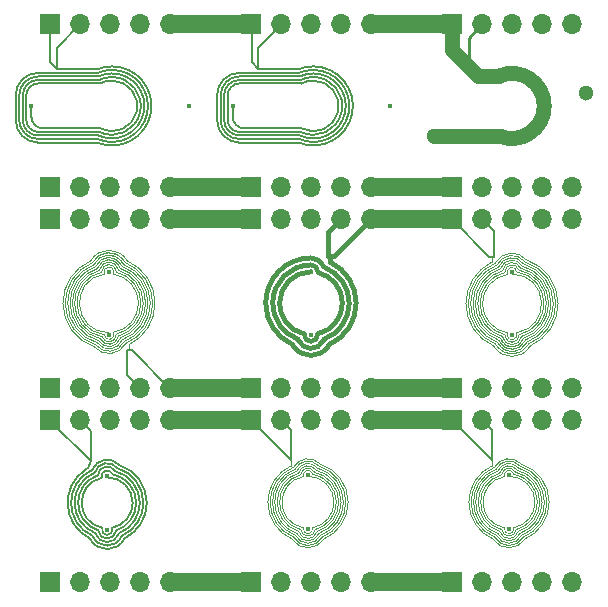
<source format=gbr>
%TF.GenerationSoftware,KiCad,Pcbnew,8.0.0*%
%TF.CreationDate,2024-05-13T09:11:22+02:00*%
%TF.ProjectId,Planar_XFMR,506c616e-6172-45f5-9846-4d522e6b6963,A*%
%TF.SameCoordinates,Original*%
%TF.FileFunction,Copper,L1,Top*%
%TF.FilePolarity,Positive*%
%FSLAX46Y46*%
G04 Gerber Fmt 4.6, Leading zero omitted, Abs format (unit mm)*
G04 Created by KiCad (PCBNEW 8.0.0) date 2024-05-13 09:11:22*
%MOMM*%
%LPD*%
G01*
G04 APERTURE LIST*
%TA.AperFunction,NonConductor*%
%ADD10C,0.100000*%
%TD*%
%TA.AperFunction,NonConductor*%
%ADD11C,0.200000*%
%TD*%
%TA.AperFunction,ComponentPad*%
%ADD12R,1.700000X1.700000*%
%TD*%
%TA.AperFunction,ComponentPad*%
%ADD13O,1.700000X1.700000*%
%TD*%
%TA.AperFunction,ViaPad*%
%ADD14C,0.450000*%
%TD*%
%TA.AperFunction,ViaPad*%
%ADD15C,1.300000*%
%TD*%
%TA.AperFunction,Conductor*%
%ADD16C,0.200000*%
%TD*%
%TA.AperFunction,Conductor*%
%ADD17C,1.500000*%
%TD*%
%TA.AperFunction,Conductor*%
%ADD18C,1.300000*%
%TD*%
%TA.AperFunction,Conductor*%
%ADD19C,0.250000*%
%TD*%
%TA.AperFunction,Conductor*%
%ADD20C,0.400000*%
%TD*%
%TA.AperFunction,Conductor*%
%ADD21C,0.450000*%
%TD*%
%TA.AperFunction,Conductor*%
%ADD22C,0.100000*%
%TD*%
G04 APERTURE END LIST*
D10*
X132137122Y-75620748D02*
G75*
G02*
X131357771Y-75642971I-387122J-100652D01*
G01*
X149758113Y-70196751D02*
G75*
G02*
X152169999Y-73450000I-988113J-3253249D01*
G01*
X115676297Y-53805834D02*
G75*
G02*
X117800000Y-56600000I-776297J-2794166D01*
G01*
X150111780Y-76581902D02*
G75*
G02*
X147440001Y-76600000I-1341780J860502D01*
G01*
X115500000Y-59275000D02*
G75*
G02*
X114325996Y-59449697I-600000J0D01*
G01*
X134750000Y-73450000D02*
G75*
G02*
X132822038Y-76251916I-3000000J0D01*
G01*
X147552317Y-70479152D02*
G75*
G02*
X149762433Y-70182529I1217683J-690848D01*
G01*
X149696068Y-76098772D02*
G75*
G02*
X147850342Y-76114136I-926068J377372D01*
G01*
D11*
X115750962Y-76097136D02*
G75*
G02*
X113741890Y-76073624I-1000962J317136D01*
G01*
D10*
X132346744Y-75783844D02*
G75*
G02*
X131154397Y-75793925I-596744J62444D01*
G01*
X130985859Y-75935174D02*
G75*
G02*
X130988251Y-70964092I764141J2485174D01*
G01*
X147694731Y-76254162D02*
G75*
G02*
X147697593Y-70644742I1075269J2804162D01*
G01*
X115490925Y-53965460D02*
G75*
G02*
X117599999Y-56600000I-590925J-2634540D01*
G01*
X131357770Y-71248446D02*
G75*
G02*
X132130968Y-71048090I392230J78446D01*
G01*
X115300000Y-53925000D02*
G75*
G02*
X115257771Y-54103885I-400000J0D01*
G01*
X117400000Y-56600000D02*
G75*
G02*
X115254703Y-59074709I-2500000J0D01*
G01*
X115846143Y-53647915D02*
G75*
G02*
X117999999Y-56600000I-946143J-2952085D01*
G01*
D11*
X113707708Y-70944374D02*
G75*
G02*
X115603694Y-70561556I1042292J-275626D01*
G01*
X113350000Y-69900000D02*
X113350000Y-69950000D01*
D10*
X148002347Y-70944821D02*
G75*
G02*
X149430119Y-70718072I767653J-225179D01*
G01*
D11*
X114300000Y-71340000D02*
G75*
G02*
X115186488Y-71057586I450000J120000D01*
G01*
D10*
X134950000Y-73450000D02*
G75*
G02*
X132956927Y-76413668I-3200000J0D01*
G01*
X132676068Y-76098772D02*
G75*
G02*
X130830342Y-76114136I-926068J377372D01*
G01*
X149762432Y-76708887D02*
G75*
G02*
X147552315Y-76412266I-992432J987487D01*
G01*
D11*
X116910000Y-73500000D02*
G75*
G02*
X115172317Y-75618313I-2160000J0D01*
G01*
D10*
X131154397Y-71097492D02*
G75*
G02*
X132273078Y-70876080I595603J-72508D01*
G01*
D11*
X113475385Y-70718102D02*
G75*
G02*
X115775346Y-70311589I1274615J-501898D01*
G01*
D10*
X132742432Y-76708887D02*
G75*
G02*
X130532315Y-76412266I-992432J987487D01*
G01*
X113946122Y-53623775D02*
G75*
G02*
X115853878Y-53623775I953878J-301225D01*
G01*
D11*
X113507557Y-76296414D02*
G75*
G02*
X113475385Y-70718103I1242443J2796414D01*
G01*
D10*
X117600000Y-56600000D02*
G75*
G02*
X115490925Y-59234541I-2700000J0D01*
G01*
X116291148Y-53171486D02*
G75*
G02*
X118600000Y-56600000I-1391148J-3428514D01*
G01*
X128350000Y-73450000D02*
G75*
G02*
X130349019Y-70352057I3400000J0D01*
G01*
X118200000Y-56600000D02*
G75*
G02*
X116003945Y-59709872I-3300000J0D01*
G01*
X132125966Y-71079632D02*
G75*
G02*
X134149999Y-73450000I-375966J-2370368D01*
G01*
X115257770Y-59096115D02*
G75*
G02*
X114500001Y-59275000I-357770J-178885D01*
G01*
X145370000Y-73450000D02*
G75*
G02*
X147369019Y-70352057I3400000J0D01*
G01*
D11*
X117210000Y-73500000D02*
G75*
G02*
X115490545Y-75845889I-2460000J0D01*
G01*
X116223872Y-76521753D02*
G75*
G02*
X113270164Y-76509782I-1473872J741753D01*
G01*
D10*
X118400000Y-56600000D02*
G75*
G02*
X116164063Y-59863762I-3500000J0D01*
G01*
X116010897Y-59729458D02*
G75*
G02*
X113925000Y-59975000I-1110897J454458D01*
G01*
X130674731Y-70637253D02*
G75*
G02*
X132637042Y-70361806I1075269J-532747D01*
G01*
X151970000Y-73450000D02*
G75*
G02*
X149976927Y-76413668I-3200000J0D01*
G01*
D11*
X117810000Y-73500000D02*
G75*
G02*
X115988906Y-76297983I-3060000J0D01*
G01*
D10*
X111200000Y-56600000D02*
G75*
G02*
X113508852Y-53171486I3700000J0D01*
G01*
X114542230Y-54103885D02*
G75*
G02*
X115299999Y-53925000I357770J178885D01*
G01*
X115685424Y-59427018D02*
G75*
G02*
X114179559Y-59622799I-785424J152018D01*
G01*
X132738113Y-70196751D02*
G75*
G02*
X135149999Y-73450000I-988113J-3253249D01*
G01*
X131158932Y-75776078D02*
G75*
G02*
X131160958Y-71123408I591068J2326078D01*
G01*
D11*
X113962888Y-71169324D02*
G75*
G02*
X115424557Y-70811238I787112J-50676D01*
G01*
D10*
X148770000Y-71250000D02*
G75*
G02*
X150970000Y-73450000I0J-2200000D01*
G01*
X148174397Y-71097492D02*
G75*
G02*
X149293078Y-70876080I595603J-72508D01*
G01*
X134350000Y-73450000D02*
G75*
G02*
X132520883Y-75933091I-2600000J0D01*
G01*
X132513746Y-70548847D02*
G75*
G02*
X134749999Y-73450000I-763746J-2901153D01*
G01*
X113633052Y-53328789D02*
G75*
G02*
X115995816Y-53053328I1266948J-596211D01*
G01*
X118000000Y-56600000D02*
G75*
G02*
X115846142Y-59552087I-3100000J0D01*
G01*
X149653435Y-70374363D02*
G75*
G02*
X151970000Y-73450000I-883435J-3075637D01*
G01*
X115853877Y-59576225D02*
G75*
G02*
X114048939Y-59800655I-953877J301225D01*
G01*
X114900000Y-59100000D02*
G75*
G02*
X114545298Y-54125291I0J2500000D01*
G01*
X113946123Y-53623775D02*
G75*
G02*
X115751061Y-53399345I953877J-301225D01*
G01*
X116439592Y-53016753D02*
G75*
G02*
X118800000Y-56600000I-1539592J-3583247D01*
G01*
X149541202Y-75934122D02*
G75*
G02*
X148002348Y-75946596I-771202J212722D01*
G01*
X130982347Y-70944821D02*
G75*
G02*
X132410119Y-70718072I767653J-225179D01*
G01*
X111600000Y-56600000D02*
G75*
G02*
X113796055Y-53490128I3300000J0D01*
G01*
X150970000Y-73450000D02*
G75*
G02*
X149156246Y-75615829I-2200000J0D01*
G01*
X135150000Y-73450000D02*
G75*
G02*
X133088935Y-76575261I-3400000J0D01*
G01*
D11*
X118100014Y-73500000D02*
G75*
G02*
X116218602Y-76510947I-3350014J0D01*
G01*
D10*
X148377770Y-71248446D02*
G75*
G02*
X149150968Y-71048090I392230J78446D01*
G01*
X148005859Y-75935174D02*
G75*
G02*
X148008251Y-70964092I764141J2485174D01*
G01*
X113633052Y-53328789D02*
G75*
G02*
X116166948Y-53328789I1266948J-596211D01*
G01*
X130674731Y-76254162D02*
G75*
G02*
X130677593Y-70644742I1075269J2804162D01*
G01*
X131362660Y-75615631D02*
G75*
G02*
X131364122Y-71284108I387340J2165631D01*
G01*
X147553372Y-76409699D02*
G75*
G02*
X147556381Y-70489066I1216628J2959699D01*
G01*
X152170000Y-73450000D02*
G75*
G02*
X150108935Y-76575261I-3400000J0D01*
G01*
X147850341Y-70777281D02*
G75*
G02*
X149538628Y-70530303I919659J-392719D01*
G01*
X130830341Y-76114134D02*
G75*
G02*
X130832981Y-70784956I919659J2664134D01*
G01*
X114114576Y-53772982D02*
G75*
G02*
X115685424Y-53772982I785424J-152018D01*
G01*
X113789103Y-53470542D02*
G75*
G02*
X115875000Y-53225000I1110897J-454458D01*
G01*
D11*
X115992893Y-76306987D02*
G75*
G02*
X113505039Y-76302081I-1242893J526987D01*
G01*
D10*
X148382660Y-75615631D02*
G75*
G02*
X148384122Y-71284108I387340J2165631D01*
G01*
X116164063Y-53336239D02*
G75*
G02*
X118399999Y-56600000I-1264063J-3263761D01*
G01*
X149427642Y-70728326D02*
G75*
G02*
X151570000Y-73450000I-657642J-2721674D01*
G01*
X130349019Y-70352057D02*
X130340000Y-69870000D01*
X132633435Y-70374363D02*
G75*
G02*
X134950000Y-73450000I-883435J-3075637D01*
G01*
X111400000Y-56600000D02*
G75*
G02*
X113635937Y-53336238I3500000J0D01*
G01*
X114325996Y-59449696D02*
G75*
G02*
X114121848Y-53799156I574004J2849696D01*
G01*
X113807756Y-60135109D02*
G75*
G02*
X111200001Y-56600000I1092244J3535109D01*
G01*
X114051989Y-59789180D02*
G75*
G02*
X111600001Y-56600000I848011J3189180D01*
G01*
X149157122Y-75620748D02*
G75*
G02*
X148377771Y-75642971I-387122J-100652D01*
G01*
X149287794Y-70902081D02*
G75*
G02*
X151370000Y-73450000I-517794J-2547919D01*
G01*
X130830341Y-70777281D02*
G75*
G02*
X132518628Y-70530303I919659J-392719D01*
G01*
X130532317Y-70479152D02*
G75*
G02*
X132742433Y-70182529I1217683J-690848D01*
G01*
X132823929Y-76256860D02*
G75*
G02*
X130674731Y-76254164I-1073929J535460D01*
G01*
X118800000Y-56600000D02*
G75*
G02*
X116605052Y-60107535I-3900000J0D01*
G01*
X113789103Y-53470542D02*
G75*
G02*
X116019600Y-53492427I1110897J-454458D01*
G01*
X130533372Y-76409699D02*
G75*
G02*
X130536381Y-70489066I1216628J2959699D01*
G01*
D11*
X117510000Y-73500000D02*
G75*
G02*
X115742565Y-76075348I-2760000J0D01*
G01*
D10*
X130427495Y-76582249D02*
G75*
G02*
X128350000Y-73450000I1322505J3132249D01*
G01*
X149533746Y-70548847D02*
G75*
G02*
X151769999Y-73450000I-763746J-2901153D01*
G01*
X111000000Y-56600000D02*
G75*
G02*
X113351062Y-53020783I3900000J0D01*
G01*
D11*
X115495536Y-75861703D02*
G75*
G02*
X114003161Y-75848788I-745536J81703D01*
G01*
D10*
X132521202Y-75934122D02*
G75*
G02*
X130982348Y-75946596I-771202J212722D01*
G01*
X111800000Y-56600000D02*
G75*
G02*
X113953857Y-53647914I3100000J0D01*
G01*
X116605052Y-60107535D02*
X116600000Y-60525000D01*
X147694731Y-70637253D02*
G75*
G02*
X149657042Y-70361806I1075269J-532747D01*
G01*
X151370000Y-73450000D02*
G75*
G02*
X149540883Y-75933091I-2600000J0D01*
G01*
D11*
X115174995Y-75631746D02*
G75*
G02*
X114330137Y-75617780I-424995J-148254D01*
G01*
D10*
X113688230Y-60306967D02*
G75*
G02*
X111000001Y-56600000I1211770J3706967D01*
G01*
X114542230Y-54103885D02*
G75*
G02*
X115299999Y-53925000I357770J178885D01*
G01*
D11*
X114750000Y-71340000D02*
G75*
G02*
X116910000Y-73500000I0J-2160000D01*
G01*
D10*
X132407642Y-70728326D02*
G75*
G02*
X134550000Y-73450000I-657642J-2721674D01*
G01*
X134550000Y-73450000D02*
G75*
G02*
X132674091Y-76093115I-2800000J0D01*
G01*
D11*
X114329942Y-75618762D02*
G75*
G02*
X114309459Y-71385402I420058J2118762D01*
G01*
D10*
X149366744Y-75783844D02*
G75*
G02*
X148174397Y-75793925I-596744J62444D01*
G01*
X114300000Y-53925000D02*
G75*
G02*
X115474004Y-53750303I600000J0D01*
G01*
D11*
X115182774Y-71078368D02*
G75*
G02*
X117209999Y-73500000I-432774J-2421632D01*
G01*
D10*
X147369019Y-70352057D02*
X147360000Y-69870000D01*
X147447495Y-76582249D02*
G75*
G02*
X145370000Y-73450000I1322505J3132249D01*
G01*
D11*
X113350000Y-69950000D02*
X113162922Y-70524326D01*
D10*
X113500173Y-53150095D02*
G75*
G02*
X116299827Y-53150095I1399827J-774905D01*
G01*
X132961058Y-76423813D02*
G75*
G02*
X130532317Y-76412265I-1211058J702413D01*
G01*
X149145966Y-71079632D02*
G75*
G02*
X151169999Y-73450000I-375966J-2370368D01*
G01*
X114300000Y-53925000D02*
G75*
G02*
X115500000Y-53925000I600000J0D01*
G01*
X151170000Y-73450000D02*
G75*
G02*
X149364532Y-75775195I-2400000J0D01*
G01*
X114181290Y-59615536D02*
G75*
G02*
X111800000Y-56600000I718710J3015536D01*
G01*
X151570000Y-73450000D02*
G75*
G02*
X149694091Y-76093115I-2800000J0D01*
G01*
D11*
X112899671Y-70679968D02*
G75*
G02*
X113162921Y-70524324I1834729J-2802732D01*
G01*
D10*
X133950000Y-73450000D02*
G75*
G02*
X132136246Y-75615829I-2200000J0D01*
G01*
X134150000Y-73450000D02*
G75*
G02*
X132344532Y-75775195I-2400000J0D01*
G01*
X115257770Y-59096115D02*
G75*
G02*
X114500001Y-59275000I-357770J-178885D01*
G01*
D11*
X115603750Y-70561512D02*
G75*
G02*
X117810000Y-73500000I-853750J-2938488D01*
G01*
D10*
X116299826Y-60049905D02*
G75*
G02*
X113685192Y-60316264I-1399826J774905D01*
G01*
X113928611Y-59962500D02*
G75*
G02*
X111400000Y-56600000I971389J3362500D01*
G01*
X147850341Y-76114134D02*
G75*
G02*
X147852981Y-70784956I919659J2664134D01*
G01*
D11*
X113743357Y-76069877D02*
G75*
G02*
X113707706Y-70944374I1006643J2569877D01*
G01*
D10*
X132267794Y-70902081D02*
G75*
G02*
X134350000Y-73450000I-517794J-2547919D01*
G01*
X116018547Y-53495351D02*
G75*
G02*
X118199999Y-56600000I-1118547J-3104649D01*
G01*
X113347885Y-53013441D02*
G75*
G02*
X116445683Y-53002576I1552115J-911559D01*
G01*
X114114576Y-53772982D02*
G75*
G02*
X115620441Y-53577201I785424J-152018D01*
G01*
X149981058Y-76423813D02*
G75*
G02*
X147552317Y-76412265I-1211058J702413D01*
G01*
X114500000Y-59275000D02*
G75*
G02*
X114308037Y-53960833I400000J2675000D01*
G01*
D11*
X114004575Y-75844340D02*
G75*
G02*
X113962886Y-71169326I745425J2344340D01*
G01*
D10*
X149843929Y-76256860D02*
G75*
G02*
X147694731Y-76254164I-1073929J535460D01*
G01*
X117800000Y-56600000D02*
G75*
G02*
X115676297Y-59394166I-2900000J0D01*
G01*
X116166948Y-59871211D02*
G75*
G02*
X113804184Y-60146672I-1266948J596211D01*
G01*
X133091780Y-76581902D02*
G75*
G02*
X130420001Y-76600000I-1341780J860502D01*
G01*
D11*
X115409983Y-70820070D02*
G75*
G02*
X117510000Y-73500000I-659983J-2679930D01*
G01*
X113271882Y-76506286D02*
G75*
G02*
X112915217Y-70697116I1478118J3006286D01*
G01*
D10*
X151770000Y-73450000D02*
G75*
G02*
X149842038Y-76251916I-3000000J0D01*
G01*
X115254703Y-54125292D02*
G75*
G02*
X117399999Y-56600000I-354703J-2474708D01*
G01*
X131750000Y-71250000D02*
G75*
G02*
X133950000Y-73450000I0J-2200000D01*
G01*
X113500174Y-53150095D02*
G75*
G02*
X116114808Y-52883736I1399826J-774905D01*
G01*
X148178932Y-75776078D02*
G75*
G02*
X148180958Y-71123408I591068J2326078D01*
G01*
D11*
X115776033Y-70310981D02*
G75*
G02*
X118100013Y-73500000I-1026033J-3189019D01*
G01*
D10*
X118600000Y-56600000D02*
G75*
G02*
X116291147Y-60028514I-3700000J0D01*
G01*
D12*
%TO.P,J6,1,Pin_1*%
%TO.N,Net-(J3-Pin_4)*%
X143925000Y-46750000D03*
D13*
%TO.P,J6,2,Pin_2*%
X146465000Y-46750000D03*
%TO.P,J6,3,Pin_3*%
%TO.N,Net-(J11-Pin_3)*%
X149005000Y-46750000D03*
%TO.P,J6,4,Pin_4*%
%TO.N,Net-(J5-Pin_4)*%
X151545000Y-46750000D03*
%TO.P,J6,5,Pin_5*%
X154085000Y-46750000D03*
%TD*%
D12*
%TO.P,J10,1,Pin_1*%
%TO.N,Net-(J10-Pin_1)*%
X126925000Y-63750000D03*
D13*
%TO.P,J10,2,Pin_2*%
X129465000Y-63750000D03*
%TO.P,J10,3,Pin_3*%
%TO.N,Net-(J10-Pin_3)*%
X132005000Y-63750000D03*
%TO.P,J10,4,Pin_4*%
%TO.N,Net-(J10-Pin_4)*%
X134545000Y-63750000D03*
%TO.P,J10,5,Pin_5*%
X137085000Y-63750000D03*
%TD*%
D12*
%TO.P,J2,1,Pin_1*%
%TO.N,Net-(J1-Pin_1)*%
X109925000Y-46750000D03*
D13*
%TO.P,J2,2,Pin_2*%
X112465000Y-46750000D03*
%TO.P,J2,3,Pin_3*%
%TO.N,Net-(J2-Pin_3)*%
X115005000Y-46750000D03*
%TO.P,J2,4,Pin_4*%
%TO.N,Net-(J1-Pin_4)*%
X117545000Y-46750000D03*
%TO.P,J2,5,Pin_5*%
X120085000Y-46750000D03*
%TD*%
D12*
%TO.P,J3,1,Pin_1*%
%TO.N,Net-(J1-Pin_4)*%
X126925000Y-33000000D03*
D13*
%TO.P,J3,2,Pin_2*%
X129465000Y-33000000D03*
%TO.P,J3,3,Pin_3*%
%TO.N,unconnected-(J3-Pin_3-Pad3)*%
X132005000Y-33000000D03*
%TO.P,J3,4,Pin_4*%
%TO.N,Net-(J3-Pin_4)*%
X134545000Y-33000000D03*
%TO.P,J3,5,Pin_5*%
X137085000Y-33000000D03*
%TD*%
D12*
%TO.P,J12,1,Pin_1*%
%TO.N,Net-(J10-Pin_4)*%
X143925000Y-63750000D03*
D13*
%TO.P,J12,2,Pin_2*%
X146465000Y-63750000D03*
%TO.P,J12,3,Pin_3*%
%TO.N,Net-(J12-Pin_3)*%
X149005000Y-63750000D03*
%TO.P,J12,4,Pin_4*%
%TO.N,Net-(J10-Pin_4)*%
X151545000Y-63750000D03*
%TO.P,J12,5,Pin_5*%
X154085000Y-63750000D03*
%TD*%
D12*
%TO.P,J8,1,Pin_1*%
%TO.N,Net-(J10-Pin_1)*%
X109925000Y-63750000D03*
D13*
%TO.P,J8,2,Pin_2*%
X112465000Y-63750000D03*
%TO.P,J8,3,Pin_3*%
%TO.N,Net-(J13-Pin_3)*%
X115005000Y-63750000D03*
%TO.P,J8,4,Pin_4*%
%TO.N,Net-(J10-Pin_1)*%
X117545000Y-63750000D03*
%TO.P,J8,5,Pin_5*%
X120085000Y-63750000D03*
%TD*%
D12*
%TO.P,J11,1,Pin_1*%
%TO.N,Net-(J11-Pin_1)*%
X143925000Y-49500000D03*
D13*
%TO.P,J11,2,Pin_2*%
X146465000Y-49500000D03*
%TO.P,J11,3,Pin_3*%
%TO.N,Net-(J11-Pin_3)*%
X149005000Y-49500000D03*
%TO.P,J11,4,Pin_4*%
%TO.N,Net-(J11-Pin_1)*%
X151545000Y-49500000D03*
%TO.P,J11,5,Pin_5*%
X154085000Y-49500000D03*
%TD*%
D12*
%TO.P,J18,1,Pin_1*%
%TO.N,Net-(J16-Pin_4)*%
X143925000Y-80250000D03*
D13*
%TO.P,J18,2,Pin_2*%
X146465000Y-80250000D03*
%TO.P,J18,3,Pin_3*%
%TO.N,unconnected-(J18-Pin_3-Pad3)*%
X149005000Y-80250000D03*
%TO.P,J18,4,Pin_4*%
%TO.N,Net-(J18-Pin_4)*%
X151545000Y-80250000D03*
%TO.P,J18,5,Pin_5*%
X154085000Y-80250000D03*
%TD*%
D12*
%TO.P,J16,1,Pin_1*%
%TO.N,Net-(J14-Pin_4)*%
X126925000Y-80250000D03*
D13*
%TO.P,J16,2,Pin_2*%
X129465000Y-80250000D03*
%TO.P,J16,3,Pin_3*%
%TO.N,unconnected-(J16-Pin_3-Pad3)*%
X132005000Y-80250000D03*
%TO.P,J16,4,Pin_4*%
%TO.N,Net-(J16-Pin_4)*%
X134545000Y-80250000D03*
%TO.P,J16,5,Pin_5*%
X137085000Y-80250000D03*
%TD*%
D12*
%TO.P,J17,1,Pin_1*%
%TO.N,Net-(J15-Pin_4)*%
X143925000Y-66500000D03*
D13*
%TO.P,J17,2,Pin_2*%
X146465000Y-66500000D03*
%TO.P,J17,3,Pin_3*%
%TO.N,Net-(J12-Pin_3)*%
X149005000Y-66500000D03*
%TO.P,J17,4,Pin_4*%
%TO.N,Net-(J17-Pin_4)*%
X151545000Y-66500000D03*
%TO.P,J17,5,Pin_5*%
X154085000Y-66500000D03*
%TD*%
D12*
%TO.P,J4,1,Pin_1*%
%TO.N,Net-(J1-Pin_4)*%
X126925000Y-46750000D03*
D13*
%TO.P,J4,2,Pin_2*%
X129465000Y-46750000D03*
%TO.P,J4,3,Pin_3*%
%TO.N,Net-(J4-Pin_3)*%
X132005000Y-46750000D03*
%TO.P,J4,4,Pin_4*%
%TO.N,Net-(J3-Pin_4)*%
X134545000Y-46750000D03*
%TO.P,J4,5,Pin_5*%
X137085000Y-46750000D03*
%TD*%
D12*
%TO.P,J9,1,Pin_1*%
%TO.N,Net-(J11-Pin_1)*%
X126925000Y-49500000D03*
D13*
%TO.P,J9,2,Pin_2*%
X129465000Y-49500000D03*
%TO.P,J9,3,Pin_3*%
%TO.N,Net-(J4-Pin_3)*%
X132005000Y-49500000D03*
%TO.P,J9,4,Pin_4*%
%TO.N,Net-(J11-Pin_1)*%
X134545000Y-49500000D03*
%TO.P,J9,5,Pin_5*%
X137085000Y-49500000D03*
%TD*%
D12*
%TO.P,J7,1,Pin_1*%
%TO.N,Net-(J11-Pin_1)*%
X109925000Y-49500000D03*
D13*
%TO.P,J7,2,Pin_2*%
X112465000Y-49500000D03*
%TO.P,J7,3,Pin_3*%
%TO.N,Net-(J2-Pin_3)*%
X115005000Y-49500000D03*
%TO.P,J7,4,Pin_4*%
%TO.N,Net-(J11-Pin_1)*%
X117545000Y-49500000D03*
%TO.P,J7,5,Pin_5*%
X120085000Y-49500000D03*
%TD*%
D12*
%TO.P,J5,1,Pin_1*%
%TO.N,Net-(J3-Pin_4)*%
X143925000Y-33000000D03*
D13*
%TO.P,J5,2,Pin_2*%
X146465000Y-33000000D03*
%TO.P,J5,3,Pin_3*%
%TO.N,unconnected-(J5-Pin_3-Pad3)*%
X149005000Y-33000000D03*
%TO.P,J5,4,Pin_4*%
%TO.N,Net-(J5-Pin_4)*%
X151545000Y-33000000D03*
%TO.P,J5,5,Pin_5*%
X154085000Y-33000000D03*
%TD*%
D12*
%TO.P,J15,1,Pin_1*%
%TO.N,Net-(J13-Pin_4)*%
X126925000Y-66500000D03*
D13*
%TO.P,J15,2,Pin_2*%
X129465000Y-66500000D03*
%TO.P,J15,3,Pin_3*%
%TO.N,Net-(J10-Pin_3)*%
X132005000Y-66500000D03*
%TO.P,J15,4,Pin_4*%
%TO.N,Net-(J15-Pin_4)*%
X134545000Y-66500000D03*
%TO.P,J15,5,Pin_5*%
X137085000Y-66500000D03*
%TD*%
D12*
%TO.P,J1,1,Pin_1*%
%TO.N,Net-(J1-Pin_1)*%
X109925000Y-33000000D03*
D13*
%TO.P,J1,2,Pin_2*%
X112465000Y-33000000D03*
%TO.P,J1,3,Pin_3*%
%TO.N,unconnected-(J1-Pin_3-Pad3)*%
X115005000Y-33000000D03*
%TO.P,J1,4,Pin_4*%
%TO.N,Net-(J1-Pin_4)*%
X117545000Y-33000000D03*
%TO.P,J1,5,Pin_5*%
X120085000Y-33000000D03*
%TD*%
D12*
%TO.P,J14,1,Pin_1*%
%TO.N,Net-(J14-Pin_1)*%
X109925000Y-80250000D03*
D13*
%TO.P,J14,2,Pin_2*%
X112465000Y-80250000D03*
%TO.P,J14,3,Pin_3*%
%TO.N,unconnected-(J14-Pin_3-Pad3)*%
X115005000Y-80250000D03*
%TO.P,J14,4,Pin_4*%
%TO.N,Net-(J14-Pin_4)*%
X117545000Y-80250000D03*
%TO.P,J14,5,Pin_5*%
X120085000Y-80250000D03*
%TD*%
D12*
%TO.P,J13,1,Pin_1*%
%TO.N,Net-(J13-Pin_1)*%
X109925000Y-66500000D03*
D13*
%TO.P,J13,2,Pin_2*%
X112465000Y-66500000D03*
%TO.P,J13,3,Pin_3*%
%TO.N,Net-(J13-Pin_3)*%
X115005000Y-66500000D03*
%TO.P,J13,4,Pin_4*%
%TO.N,Net-(J13-Pin_4)*%
X117545000Y-66500000D03*
%TO.P,J13,5,Pin_5*%
X120085000Y-66500000D03*
%TD*%
D14*
%TO.N,*%
X131750000Y-71170000D03*
X131750000Y-75730000D03*
X114750000Y-71220000D03*
X148770000Y-75730000D03*
X132000000Y-59275000D03*
X114750000Y-75780000D03*
X148770000Y-71170000D03*
X149020925Y-59310459D03*
%TO.N,Net-(J1-Pin_1)*%
X108325000Y-39900000D03*
%TO.N,Net-(J1-Pin_4)*%
X121675000Y-39900000D03*
X125375000Y-39900000D03*
D15*
%TO.N,Net-(J3-Pin_4)*%
X142400000Y-42450000D03*
D14*
X138725000Y-39900000D03*
D15*
%TO.N,Net-(J5-Pin_4)*%
X155300000Y-38800000D03*
D14*
%TO.N,Net-(J10-Pin_1)*%
X114900000Y-59275000D03*
%TO.N,Net-(J11-Pin_1)*%
X149020925Y-53960459D03*
X114900000Y-53925000D03*
X132000000Y-53925000D03*
%TD*%
D16*
%TO.N,Net-(J1-Pin_1)*%
X109925000Y-36200000D02*
X109925000Y-33000000D01*
X110500000Y-36775000D02*
X109925000Y-36200000D01*
X113875000Y-43000000D02*
X108900000Y-43000000D01*
X107600000Y-39900000D02*
X107600000Y-39000000D01*
X108325000Y-39900000D02*
X108325000Y-40800000D01*
X110500000Y-36800000D02*
X110500000Y-36775000D01*
X114000000Y-42400000D02*
X108900000Y-42400000D01*
X110500000Y-34965000D02*
X110500000Y-36775000D01*
X107300000Y-39900000D02*
X107300000Y-39000000D01*
X107300000Y-39900000D02*
X107300000Y-41100000D01*
X114125000Y-41800000D02*
X109325000Y-41800000D01*
X113875000Y-36800000D02*
X110500000Y-36800000D01*
X113925000Y-42700000D02*
X108900000Y-42700000D01*
X107000000Y-39900000D02*
X107000000Y-41100000D01*
X113925000Y-37100000D02*
X108900000Y-37100000D01*
X107000000Y-39900000D02*
X107000000Y-39000000D01*
X114000000Y-37400000D02*
X108900000Y-37400000D01*
X114050000Y-37700000D02*
X108900000Y-37700000D01*
X107600000Y-39450000D02*
X107600000Y-41100000D01*
X114050000Y-42100000D02*
X108900000Y-42100000D01*
X107900000Y-39000000D02*
X107900000Y-41100000D01*
X114125000Y-38000000D02*
X108900000Y-38000000D01*
X112465000Y-33000000D02*
X110500000Y-34965000D01*
X115150000Y-37150000D02*
G75*
G02*
X114000760Y-42398349I0J-2750000D01*
G01*
X115150000Y-36550000D02*
G75*
G02*
X113875745Y-42998189I0J-3350000D01*
G01*
X114000760Y-37401651D02*
G75*
G02*
X115150000Y-37150000I1149240J-2498349D01*
G01*
X115150000Y-37450000D02*
G75*
G02*
X114054327Y-42091347I0J-2450000D01*
G01*
X108900000Y-42400000D02*
G75*
G02*
X107600000Y-41100000I0J1300000D01*
G01*
X115150000Y-36850000D02*
G75*
G02*
X113927503Y-42694280I0J-3050000D01*
G01*
X113875745Y-36801811D02*
G75*
G02*
X115150000Y-36550000I1274255J-3098189D01*
G01*
X115150000Y-37750000D02*
G75*
G02*
X114129201Y-41792213I0J-2150000D01*
G01*
X114054327Y-37708653D02*
G75*
G02*
X115150000Y-37450000I1095673J-2191347D01*
G01*
X107600000Y-39000000D02*
G75*
G02*
X108900000Y-37700000I1300000J0D01*
G01*
X114129201Y-38007787D02*
G75*
G02*
X115150000Y-37750000I1020799J-1892213D01*
G01*
X108900000Y-43000000D02*
G75*
G02*
X107000000Y-41100000I0J1900000D01*
G01*
X107900000Y-39000000D02*
G75*
G02*
X108900000Y-38000000I1000000J0D01*
G01*
X108900000Y-42700000D02*
G75*
G02*
X107300000Y-41100000I0J1600000D01*
G01*
X107000000Y-39000000D02*
G75*
G02*
X108900000Y-37100000I1900000J0D01*
G01*
X108900000Y-42100000D02*
G75*
G02*
X107900000Y-41100000I0J1000000D01*
G01*
X107300000Y-39000000D02*
G75*
G02*
X108900000Y-37400000I1600000J0D01*
G01*
X113927503Y-37105721D02*
G75*
G02*
X115150000Y-36850001I1222497J-2794279D01*
G01*
X109325000Y-41800000D02*
G75*
G02*
X108325000Y-40800000I0J1000000D01*
G01*
D17*
%TO.N,Net-(J1-Pin_4)*%
X120085000Y-33000000D02*
X126925000Y-33000000D01*
D16*
X131100000Y-37700000D02*
X125950000Y-37700000D01*
X131050000Y-42400000D02*
X125950000Y-42400000D01*
X131100000Y-42100000D02*
X125950000Y-42100000D01*
X124950000Y-39000000D02*
X124950000Y-41100000D01*
X130925000Y-36800000D02*
X127550000Y-36800000D01*
X124050000Y-39900000D02*
X124050000Y-41100000D01*
X130975000Y-37100000D02*
X125950000Y-37100000D01*
X124650000Y-39900000D02*
X124650000Y-39000000D01*
X127550000Y-34965000D02*
X127550000Y-36775000D01*
X124350000Y-39900000D02*
X124350000Y-39000000D01*
X124650000Y-39450000D02*
X124650000Y-41100000D01*
X131175000Y-41800000D02*
X126375000Y-41800000D01*
X131175000Y-38000000D02*
X125950000Y-38000000D01*
X125375000Y-39900000D02*
X125375000Y-40800000D01*
X131050000Y-37400000D02*
X125950000Y-37400000D01*
X126975000Y-36200000D02*
X126975000Y-33000000D01*
X124350000Y-39900000D02*
X124350000Y-41100000D01*
D17*
X120085000Y-46750000D02*
X126925000Y-46750000D01*
D16*
X130925000Y-43000000D02*
X125950000Y-43000000D01*
X129515000Y-33000000D02*
X127550000Y-34965000D01*
X130975000Y-42700000D02*
X125950000Y-42700000D01*
X124050000Y-39900000D02*
X124050000Y-39000000D01*
X127550000Y-36800000D02*
X127550000Y-36775000D01*
X127550000Y-36775000D02*
X126975000Y-36200000D01*
X132200000Y-36850000D02*
G75*
G02*
X130977503Y-42694280I0J-3050000D01*
G01*
X125950000Y-42400000D02*
G75*
G02*
X124650000Y-41100000I0J1300000D01*
G01*
X126375000Y-41800000D02*
G75*
G02*
X125375000Y-40800000I0J1000000D01*
G01*
X125950000Y-42100000D02*
G75*
G02*
X124950000Y-41100000I0J1000000D01*
G01*
X132200000Y-36550000D02*
G75*
G02*
X130925745Y-42998189I0J-3350000D01*
G01*
X124350000Y-39000000D02*
G75*
G02*
X125950000Y-37400000I1600000J0D01*
G01*
X131179201Y-38007787D02*
G75*
G02*
X132200000Y-37750000I1020799J-1892213D01*
G01*
X124650000Y-39000000D02*
G75*
G02*
X125950000Y-37700000I1300000J0D01*
G01*
X125950000Y-43000000D02*
G75*
G02*
X124050000Y-41100000I0J1900000D01*
G01*
X132200000Y-37750000D02*
G75*
G02*
X131179201Y-41792213I0J-2150000D01*
G01*
X130977503Y-37105721D02*
G75*
G02*
X132200000Y-36850001I1222497J-2794279D01*
G01*
X131104327Y-37708653D02*
G75*
G02*
X132200000Y-37450000I1095673J-2191347D01*
G01*
X124950000Y-39000000D02*
G75*
G02*
X125950000Y-38000000I1000000J0D01*
G01*
X124050000Y-39000000D02*
G75*
G02*
X125950000Y-37100000I1900000J0D01*
G01*
X132200000Y-37450000D02*
G75*
G02*
X131104327Y-42091347I0J-2450000D01*
G01*
X125950000Y-42700000D02*
G75*
G02*
X124350000Y-41100000I0J1600000D01*
G01*
X132200000Y-37150000D02*
G75*
G02*
X131050760Y-42398349I0J-2750000D01*
G01*
X130925745Y-36801811D02*
G75*
G02*
X132200000Y-36550000I1274255J-3098189D01*
G01*
X131050760Y-37401651D02*
G75*
G02*
X132200000Y-37150000I1149240J-2498349D01*
G01*
D17*
%TO.N,Net-(J3-Pin_4)*%
X137085000Y-33000000D02*
X143925000Y-33000000D01*
D18*
X142400000Y-42450000D02*
X147950000Y-42450000D01*
X146426776Y-37351776D02*
X147950000Y-37350000D01*
D19*
X145350000Y-36250000D02*
X145178319Y-36421681D01*
X145350000Y-34115000D02*
X145350000Y-36250000D01*
D17*
X143925000Y-46750000D02*
X137085000Y-46750000D01*
D18*
X146108415Y-37351776D02*
X146426776Y-37351776D01*
X145178319Y-36421681D02*
X146108415Y-37351776D01*
X143925000Y-33000000D02*
X143925000Y-35168361D01*
X142426776Y-42448224D02*
X142400000Y-42450000D01*
X143925000Y-35168361D02*
X145178319Y-36421681D01*
D19*
X146465000Y-33000000D02*
X145350000Y-34115000D01*
D18*
X147950000Y-37350000D02*
G75*
G02*
X147950000Y-42450000I1050000J-2550000D01*
G01*
D17*
%TO.N,Net-(J10-Pin_1)*%
X120085000Y-63750000D02*
X126925000Y-63750000D01*
D16*
X116810000Y-60575000D02*
X116400000Y-60575000D01*
X116400000Y-62705000D02*
X116400000Y-60575000D01*
X119985000Y-63750000D02*
X116810000Y-60575000D01*
X117445000Y-63750000D02*
X116400000Y-62705000D01*
%TO.N,Net-(J11-Pin_1)*%
X146475925Y-49485459D02*
X147520925Y-50530459D01*
D17*
X137085000Y-49500000D02*
X143925000Y-49500000D01*
X120085000Y-49500000D02*
X126925000Y-49500000D01*
D16*
X147110925Y-52660459D02*
X147520925Y-52660459D01*
D20*
X133975711Y-52609289D02*
X133480000Y-52609289D01*
D16*
X143935925Y-49485459D02*
X147110925Y-52660459D01*
D20*
X134545000Y-49500000D02*
X133480000Y-50565000D01*
D16*
X147520925Y-50530459D02*
X147520925Y-52660459D01*
D20*
X137085000Y-49500000D02*
X133975711Y-52609289D01*
D21*
X133610772Y-53125189D02*
X133620000Y-52640000D01*
D22*
X147315873Y-53127924D02*
X147320925Y-52710459D01*
D20*
X133480000Y-50565000D02*
X133480000Y-52609289D01*
D22*
X150573040Y-60222018D02*
G75*
G02*
X147475205Y-60232905I-1552140J911518D01*
G01*
X145520925Y-56635459D02*
G75*
G02*
X147756881Y-53371747I3499975J-41D01*
G01*
X150287873Y-59906670D02*
G75*
G02*
X147753977Y-59906670I-1266948J596211D01*
G01*
X146520925Y-56635459D02*
G75*
G02*
X148666231Y-54160811I2499975J-41D01*
G01*
X146120925Y-56635459D02*
G75*
G02*
X148244644Y-53841349I2899975J-41D01*
G01*
D21*
X132000000Y-53360000D02*
G75*
G02*
X132580000Y-53939996I0J-580000D01*
G01*
D22*
X145720925Y-56635459D02*
G75*
G02*
X147916998Y-53525639I3299975J-41D01*
G01*
X145920925Y-56635459D02*
G75*
G02*
X148074800Y-53683426I3099975J-41D01*
G01*
X152120925Y-56635459D02*
G75*
G02*
X149967085Y-59587599I-3100025J-41D01*
G01*
X147756862Y-59899221D02*
G75*
G02*
X145520948Y-56635459I1264038J3263721D01*
G01*
X148235501Y-53808441D02*
G75*
G02*
X149741315Y-53612685I785399J-152059D01*
G01*
D21*
X132570000Y-59260003D02*
G75*
G02*
X131430000Y-59260018I-570000J3D01*
G01*
D22*
X147629777Y-60063972D02*
G75*
G02*
X145320948Y-56635459I1391123J3428472D01*
G01*
X148420925Y-53960459D02*
G75*
G02*
X149594871Y-53785780I599975J-41D01*
G01*
X145120925Y-56635459D02*
G75*
G02*
X147315896Y-53127970I3899975J-41D01*
G01*
D21*
X129339982Y-56600000D02*
G75*
G02*
X132000000Y-53939982I2660018J0D01*
G01*
D22*
X147753978Y-53364248D02*
G75*
G02*
X150116701Y-53088819I1266922J-596252D01*
G01*
X148430000Y-59270000D02*
G75*
G02*
X146320946Y-56635459I590900J2634500D01*
G01*
X145320925Y-56635459D02*
G75*
G02*
X147629798Y-53206994I3699975J-41D01*
G01*
X148663154Y-54139344D02*
G75*
G02*
X149420859Y-53960459I357746J178844D01*
G01*
D21*
X132018014Y-52770080D02*
G75*
G02*
X133085671Y-53503702I-18014J-1169920D01*
G01*
X133071715Y-59729513D02*
G75*
G02*
X130914338Y-59696294I-1071715J469513D01*
G01*
D22*
X148663155Y-54139344D02*
G75*
G02*
X149420858Y-53960459I357745J178844D01*
G01*
X148666222Y-59110167D02*
G75*
G02*
X146520945Y-56635459I354678J2474667D01*
G01*
X149992314Y-53272960D02*
G75*
G02*
X152520946Y-56635459I-971414J-3362540D01*
G01*
X148067047Y-53659234D02*
G75*
G02*
X149871940Y-53434832I953853J-301266D01*
G01*
D21*
X130456210Y-60105084D02*
G75*
G02*
X128170000Y-56600000I1543790J3505084D01*
G01*
D22*
X149378694Y-59131574D02*
G75*
G02*
X148620861Y-59310459I-357794J-178926D01*
G01*
X149420925Y-53960460D02*
G75*
G02*
X149612888Y-59274627I-400005J-2675000D01*
G01*
X150420751Y-60085364D02*
G75*
G02*
X147806081Y-60351754I-1399851J774864D01*
G01*
X148620925Y-59310459D02*
G75*
G02*
X148663173Y-59131583I399975J-41D01*
G01*
X150232695Y-52928491D02*
G75*
G02*
X152920946Y-56635459I-1211795J-3707009D01*
G01*
X149378695Y-59131574D02*
G75*
G02*
X148620860Y-59310459I-357795J-178926D01*
G01*
X149594929Y-53785763D02*
G75*
G02*
X149799078Y-59436305I-573999J-2849697D01*
G01*
X152320925Y-56635459D02*
G75*
G02*
X150124889Y-59745383I-3300025J-41D01*
G01*
X149806349Y-59462477D02*
G75*
G02*
X148235501Y-59462477I-785424J152018D01*
G01*
D21*
X131428272Y-59197850D02*
G75*
G02*
X129339982Y-56600000I571728J2597850D01*
G01*
D22*
X152720925Y-56635459D02*
G75*
G02*
X150412093Y-60064023I-3700025J-41D01*
G01*
X150131821Y-59764917D02*
G75*
G02*
X147901283Y-59743048I-1110921J454417D01*
G01*
X147481333Y-60218705D02*
G75*
G02*
X145120948Y-56635459I1539567J3583205D01*
G01*
D21*
X134660018Y-56600000D02*
G75*
G02*
X132585588Y-59194761I-2660018J0D01*
G01*
D22*
X149620925Y-59310459D02*
G75*
G02*
X148420925Y-59310459I-600000J0D01*
G01*
D21*
X128760000Y-56600000D02*
G75*
G02*
X132000000Y-53360000I3240000J0D01*
G01*
D22*
X149806348Y-59462477D02*
G75*
G02*
X148300433Y-59658283I-785448J151977D01*
G01*
D21*
X133528552Y-60152447D02*
G75*
G02*
X130506305Y-60209635I-1528552J892447D01*
G01*
D22*
X149020925Y-54135459D02*
G75*
G02*
X149375638Y-59110246I-25J-2500041D01*
G01*
X150131821Y-59764917D02*
G75*
G02*
X148045884Y-60010489I-1110921J454417D01*
G01*
D21*
X133156351Y-53573376D02*
G75*
G02*
X135240000Y-56600000I-1156351J-3026624D01*
G01*
D22*
X146320925Y-56635459D02*
G75*
G02*
X148430013Y-54000976I2699975J-41D01*
G01*
X152520925Y-56635459D02*
G75*
G02*
X150285008Y-59899272I-3500025J-41D01*
G01*
X149974803Y-59611684D02*
G75*
G02*
X148067047Y-59611684I-953878J301225D01*
G01*
D21*
X135830000Y-56600000D02*
G75*
G02*
X133570885Y-60093024I-3830000J0D01*
G01*
D22*
X149868936Y-53446279D02*
G75*
G02*
X152320945Y-56635459I-848036J-3189221D01*
G01*
X148074782Y-59587545D02*
G75*
G02*
X145920947Y-56635459I946118J2952045D01*
G01*
D21*
X130886368Y-59642602D02*
G75*
G02*
X128760000Y-56600000I1113632J3042602D01*
G01*
D22*
X152920925Y-56635459D02*
G75*
G02*
X150569884Y-60214724I-3900025J-41D01*
G01*
X147621099Y-53185554D02*
G75*
G02*
X150235697Y-52919226I1399801J-774946D01*
G01*
X149620925Y-59310459D02*
G75*
G02*
X148446862Y-59485174I-600025J-41D01*
G01*
D21*
X132635649Y-54017047D02*
G75*
G02*
X134660018Y-56600000I-635649J-2582953D01*
G01*
X135240000Y-56600000D02*
G75*
G02*
X133112780Y-59642913I-3240000J0D01*
G01*
D22*
X149974803Y-59611684D02*
G75*
G02*
X148169817Y-59836143I-953903J301184D01*
G01*
X149739635Y-53619924D02*
G75*
G02*
X152120945Y-56635459I-718735J-3015576D01*
G01*
X150420752Y-60085364D02*
G75*
G02*
X147621098Y-60085364I-1399827J774905D01*
G01*
D21*
X128170000Y-56600000D02*
G75*
G02*
X132000000Y-52770000I3830000J0D01*
G01*
D22*
X147902378Y-59740108D02*
G75*
G02*
X145720948Y-56635459I1118522J3104608D01*
G01*
X150287873Y-59906670D02*
G75*
G02*
X147925070Y-60182162I-1266973J596170D01*
G01*
X150113169Y-53100349D02*
G75*
G02*
X152720946Y-56635459I-1092269J-3535151D01*
G01*
X148244628Y-59429624D02*
G75*
G02*
X146120947Y-56635459I776272J2794124D01*
G01*
X147910028Y-53506001D02*
G75*
G02*
X149995882Y-53260490I1110872J-454499D01*
G01*
D21*
X133668461Y-53152517D02*
G75*
G02*
X135830000Y-56600000I-1668461J-3447483D01*
G01*
D16*
%TO.N,Net-(J13-Pin_1)*%
X109925000Y-66550000D02*
X113340000Y-69965000D01*
X113340000Y-69965000D02*
X113340000Y-67425000D01*
X113340000Y-67425000D02*
X112465000Y-66550000D01*
D17*
%TO.N,Net-(J10-Pin_4)*%
X137085000Y-63750000D02*
X143925000Y-63750000D01*
D16*
%TO.N,Net-(J13-Pin_4)*%
X130340000Y-67375000D02*
X129465000Y-66500000D01*
D17*
X126925000Y-66500000D02*
X120085000Y-66500000D01*
D16*
X126925000Y-66500000D02*
X130340000Y-69915000D01*
X130340000Y-69915000D02*
X130340000Y-67375000D01*
D17*
%TO.N,Net-(J14-Pin_4)*%
X120085000Y-80250000D02*
X126925000Y-80250000D01*
D16*
%TO.N,Net-(J15-Pin_4)*%
X147360000Y-69915000D02*
X147360000Y-67375000D01*
X147360000Y-67375000D02*
X146485000Y-66500000D01*
D17*
X143925000Y-66500000D02*
X137085000Y-66500000D01*
D16*
X143945000Y-66500000D02*
X147360000Y-69915000D01*
D17*
%TO.N,Net-(J16-Pin_4)*%
X137085000Y-80250000D02*
X143925000Y-80250000D01*
%TD*%
M02*

</source>
